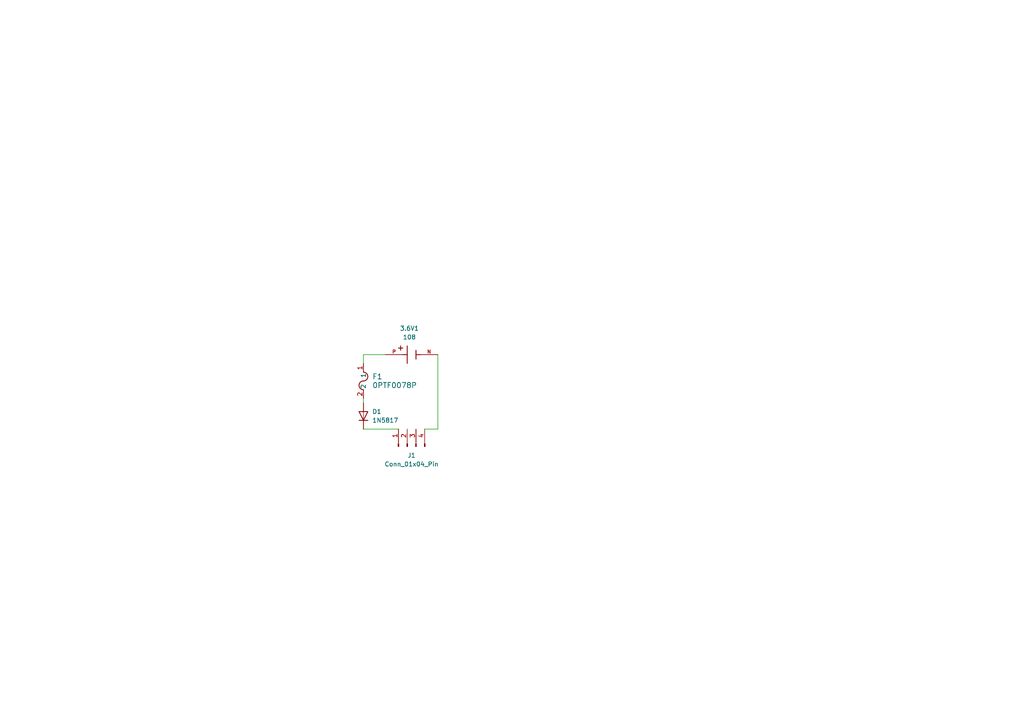
<source format=kicad_sch>
(kicad_sch (version 20230121) (generator eeschema)
  (paper "A4")
  (lib_symbols
    (symbol "108:108" (pin_names (offset 1.016))
      (property "Reference" "BT" (at -3.81 3.81 0))
      (property "Value" "108" (at -3.81 -5.08 0))
      (symbol "108_0_0"
        (polyline (pts (xy -3.81 1.905) (xy -2.54 1.905)) (stroke (width 0.254)))
        (polyline (pts (xy -3.175 2.54) (xy -3.175 1.27)) (stroke (width 0.254)))
        (polyline (pts (xy -1.27 0) (xy -2.54 0)) (stroke (width 0.254)))
        (polyline (pts (xy -1.27 0) (xy -1.27 -2.54)) (stroke (width 0.254)))
        (polyline (pts (xy -1.27 2.54) (xy -1.27 0)) (stroke (width 0.254)))
        (polyline (pts (xy 1.27 0) (xy 1.27 -1.27)) (stroke (width 0.254)))
        (polyline (pts (xy 1.27 0) (xy 2.54 0)) (stroke (width 0.254)))
        (polyline (pts (xy 1.27 1.27) (xy 1.27 0)) (stroke (width 0.254)))
        (pin passive line (at 7.62 0 180) (length 5.08) (name "~") (number "N"))
        (pin passive line (at -7.62 0 0) (length 5.08) (name "~") (number "P"))
      )
    )
    (symbol "2023-10-26_08-36-46:0PTF0078P" (pin_names (offset 0.254))
      (property "Reference" "F" (at 5.08 3.175 0))
      (property "Value" "0PTF0078P" (at 5.08 -3.175 0))
      (symbol "0PTF0078P_1_1"
        (arc (start 5.08 0) (mid 3.81 1.2645) (end 2.54 0) (stroke (width 0.254)))
        (arc (start 5.08 0) (mid 6.35 -1.2645) (end 7.62 0) (stroke (width 0.254)))
        (pin unspecified line (at 0 0 0) (length 2.54) (name "1") (number "1"))
        (pin unspecified line (at 10.16 0 180) (length 2.54) (name "2") (number "2"))
      )
      (symbol "0PTF0078P_1_2"
        (arc (start 0 5.08) (mid -1.2645 3.81) (end 0 2.54) (stroke (width 0.254)))
        (arc (start 0 5.08) (mid 1.2645 6.35) (end 0 7.62) (stroke (width 0.254)))
        (pin unspecified line (at 0 0 90) (length 2.54) (name "1") (number "1"))
        (pin unspecified line (at 0 10.16 270) (length 2.54) (name "2") (number "2"))
      )
    )
    (symbol "Connector:Conn_01x04_Pin" (pin_names (offset 1.016) hide)
      (property "Reference" "J" (at 0 5.08 0))
      (property "Value" "Conn_01x04_Pin" (at 0 -7.62 0))
      (symbol "Conn_01x04_Pin_1_1"
        (polyline (pts (xy 1.27 -5.08) (xy 0.8636 -5.08)) (stroke (width 0.1524)))
        (polyline (pts (xy 1.27 -2.54) (xy 0.8636 -2.54)) (stroke (width 0.1524)))
        (polyline (pts (xy 1.27 0) (xy 0.8636 0)) (stroke (width 0.1524)))
        (polyline (pts (xy 1.27 2.54) (xy 0.8636 2.54)) (stroke (width 0.1524)))
        (rectangle (start 0.8636 -4.953) (end 0 -5.207) (stroke (width 0.1524)) (fill (type outline)))
        (rectangle (start 0.8636 -2.413) (end 0 -2.667) (stroke (width 0.1524)) (fill (type outline)))
        (rectangle (start 0.8636 0.127) (end 0 -0.127) (stroke (width 0.1524)) (fill (type outline)))
        (rectangle (start 0.8636 2.667) (end 0 2.413) (stroke (width 0.1524)) (fill (type outline)))
        (pin passive line (at 5.08 2.54 180) (length 3.81) (name "Pin_1") (number "1"))
        (pin passive line (at 5.08 0 180) (length 3.81) (name "Pin_2") (number "2"))
        (pin passive line (at 5.08 -2.54 180) (length 3.81) (name "Pin_3") (number "3"))
        (pin passive line (at 5.08 -5.08 180) (length 3.81) (name "Pin_4") (number "4"))
      )
    )
    (symbol "Device:D" (pin_numbers hide) (pin_names (offset 1.016) hide)
      (property "Reference" "D" (at 0 2.54 0))
      (property "Value" "D" (at 0 -2.54 0))
      (symbol "D_0_1"
        (polyline (pts (xy -1.27 1.27) (xy -1.27 -1.27)) (stroke (width 0.254)))
        (polyline (pts (xy 1.27 0) (xy -1.27 0)))
        (polyline (pts (xy 1.27 1.27) (xy 1.27 -1.27) (xy -1.27 0) (xy 1.27 1.27)) (stroke (width 0.254)))
      )
      (symbol "D_1_1"
        (pin passive line (at -3.81 0 0) (length 2.54) (name "K") (number "1"))
        (pin passive line (at 3.81 0 180) (length 2.54) (name "A") (number "2"))
      )
    )
  )
  (wire (pts (xy 105.41 124.46) (xy 115.57 124.46)))
  (wire (pts (xy 105.41 115.57) (xy 105.41 116.84)))
  (wire (pts (xy 111.76 102.87) (xy 105.41 102.87)))
  (wire (pts (xy 127 124.46) (xy 123.19 124.46)))
  (wire (pts (xy 127 102.87) (xy 127 124.46)))
  (wire (pts (xy 105.41 102.87) (xy 105.41 105.41)))
  (symbol (lib_id "Connector:Conn_01x04_Pin") (at 118.11 129.54 90) (unit 1)
    (property "Reference" "J1" (at 119.38 132.08 90))
    (property "Value" "Conn_01x04_Pin" (at 119.38 134.62 90))
    (property "Footprint" "Connector_PinHeader_2.54mm:PinHeader_1x04_P2.54mm_Vertical" (effects hide))
  )
  (symbol (lib_id "Device:D") (at 105.41 120.65 90) (unit 1)
    (property "Reference" "D1" (at 107.95 119.38 90) (effects (justify right)))
    (property "Value" "1N5817" (at 107.95 121.92 90) (effects (justify right)))
    (property "Footprint" "Diode_THT:D_DO-41_SOD81_P7.62mm_Horizontal" (effects hide))
    (property "Sim.Device" "D" (effects hide))
    (property "Sim.Pins" "1=K 2=A" (effects hide))
  )
  (symbol (lib_id "108:108") (at 119.38 102.87 0) (unit 1)
    (property "Reference" "3.6V1" (at 118.745 95.25 0))
    (property "Value" "108" (at 118.745 97.79 0))
    (property "Footprint" "108 Battery Holder:BAT_108" (effects hide))
    (property "MF" "Keystone Electronics" (effects hide))
    (property "MAXIMUM_PACKAGE_HEIGHT" "15.49mm" (effects hide))
    (property "Package" "None" (effects hide))
    (property "Price" "None" (effects hide))
    (property "Check_prices" "https://www.snapeda.com/parts/108/Keystone+Electronics/view-part/?ref=eda" (effects hide))
    (property "STANDARD" "Manufacturer Recommendations" (effects hide))
    (property "PARTREV" "E" (effects hide))
    (property "SnapEDA_Link" "https://www.snapeda.com/parts/108/Keystone+Electronics/view-part/?ref=snap" (effects hide))
    (property "MP" "108" (effects hide))
    (property "Description" "\nBattery Holder, THM, Plastic, 1 Cell, 1/2AA, CR2 | Keystone Electronics 108\n" (effects hide))
    (property "MANUFACTURER" "Keystone" (effects hide))
    (property "Availability" "In Stock" (effects hide))
    (property "SNAPEDA_PN" "108" (effects hide))
  )
  (symbol (lib_id "2023-10-26_08-36-46:0PTF0078P") (at 105.41 105.41 270) (unit 1)
    (property "Reference" "F1" (at 107.95 109.22 90) (effects (font (size 1.524 1.524)) (justify left)))
    (property "Value" "0PTF0078P" (at 107.95 111.76 90) (effects (font (size 1.524 1.524)) (justify left)))
    (property "Footprint" "FUSE_0PTF0078P_LTF" (effects hide))
    (property "Datasheet" "0PTF0078P" (effects hide))
  )
)
</source>
